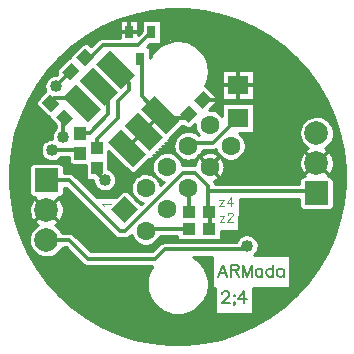
<source format=gbr>
G04 DipTrace 2.4.0.2*
%INTop.gbr*%
%MOIN*%
%ADD10C,0.0098*%
%ADD14C,0.013*%
%ADD16R,0.0709X0.063*%
%ADD17C,0.0633*%
%ADD19R,0.0256X0.0413*%
%ADD20R,0.0433X0.0394*%
%ADD21R,0.0394X0.0433*%
%ADD22C,0.0787*%
%ADD23C,0.04*%
%ADD43C,0.0046*%
%ADD44C,0.0062*%
%FSLAX44Y44*%
G04*
G70*
G90*
G75*
G01*
%LNTop*%
%LPD*%
X7167Y10123D2*
D14*
Y9980D1*
X7417Y9730D1*
X5667Y10730D2*
X6498D1*
X6604Y10623D1*
X6042Y11167D2*
Y11783D1*
X6077Y11819D1*
X10208Y10873D2*
Y10980D1*
X11042D1*
X11855Y11792D1*
X5792Y12855D2*
X6292Y13355D1*
X10899Y8104D2*
Y8149D1*
X10917Y8167D1*
Y8649D1*
X10899Y8667D1*
X10855D1*
Y9355D1*
X14543D1*
X14480Y9292D1*
X5479Y9729D2*
X6229D1*
X7917Y8042D1*
X8104D1*
X10042Y9980D1*
X10417D1*
X10855Y9542D1*
Y8711D1*
X10899Y8667D1*
X10230D2*
Y9437D1*
X10208Y9459D1*
X6765Y13828D2*
X6953D1*
X7354Y14230D1*
X8542D1*
X8980Y14668D1*
X6604Y11292D2*
X6917D1*
X7542Y11917D1*
Y12531D1*
X7220Y12852D1*
X5604Y12292D2*
Y12355D1*
X5729Y12480D1*
X6479D1*
X6664Y12296D1*
X10230Y8104D2*
X8854D1*
X8794Y8044D1*
X7167Y10792D2*
Y11105D1*
X7854Y11792D1*
Y12355D1*
X8229Y12730D1*
Y12957D1*
X7777Y13409D1*
X5479Y7730D2*
X6229D1*
X6854Y7104D1*
X9105D1*
X9417Y7417D1*
X12042D1*
X12167Y7542D1*
X8167Y10792D2*
X8724Y11349D1*
X9281Y11906D2*
X8724Y11349D1*
X10221Y11931D2*
Y11792D1*
X9167D1*
X9281Y11906D1*
X8606Y13762D2*
X8667D1*
Y12519D1*
X9281Y11906D1*
D23*
X6042Y11167D3*
X5667Y10730D3*
X7417Y9730D3*
X5792Y12855D3*
X12167Y7542D3*
X7542Y14668D3*
X8229Y9792D3*
X9855Y4604D3*
X12605Y12167D3*
X8167Y7542D3*
X12917Y8667D3*
X8808Y15326D2*
D10*
X10877D1*
X8370Y15229D2*
X11315D1*
X8071Y15132D2*
X11613D1*
X7793Y15035D2*
X7910D1*
X8553D2*
X8659D1*
X9300D2*
X11892D1*
X7576Y14937D2*
X7910D1*
X8553D2*
X8659D1*
X9300D2*
X12110D1*
X7358Y14840D2*
X7910D1*
X8553D2*
X8659D1*
X9300D2*
X12327D1*
X7179Y14743D2*
X7910D1*
X8553D2*
X8659D1*
X9300D2*
X12505D1*
X7012Y14646D2*
X7910D1*
X8553D2*
X8597D1*
X9300D2*
X12673D1*
X6842Y14549D2*
X7910D1*
X9300D2*
X12842D1*
X6702Y14452D2*
X7233D1*
X9300D2*
X12982D1*
X6569Y14355D2*
X7118D1*
X9300D2*
X9579D1*
X10132D2*
X13116D1*
X6435Y14258D2*
X6647D1*
X6910D2*
X7021D1*
X8929D2*
X9339D1*
X10370D2*
X13250D1*
X6307Y14161D2*
X6551D1*
X8832D2*
X9196D1*
X10513D2*
X13377D1*
X6200Y14063D2*
X6454D1*
X8926D2*
X9091D1*
X10620D2*
X13485D1*
X6092Y13966D2*
X6357D1*
X8926D2*
X9010D1*
X10699D2*
X13593D1*
X5984Y13869D2*
X6289D1*
X10763D2*
X13700D1*
X5881Y13772D2*
X6161D1*
X10812D2*
X13803D1*
X5794Y13675D2*
X6065D1*
X10849D2*
X13891D1*
X5706Y13578D2*
X5968D1*
X10875D2*
X13979D1*
X5618Y13481D2*
X5871D1*
X10892D2*
X14066D1*
X5531Y13384D2*
X5812D1*
X10899D2*
X11307D1*
X12402D2*
X14154D1*
X5457Y13287D2*
X5815D1*
X10896D2*
X11307D1*
X12402D2*
X14228D1*
X5386Y13189D2*
X5596D1*
X10886D2*
X11307D1*
X12402D2*
X14298D1*
X5315Y13092D2*
X5482D1*
X10866D2*
X11307D1*
X12402D2*
X14369D1*
X5245Y12995D2*
X5425D1*
X10835D2*
X11307D1*
X12402D2*
X14440D1*
X5174Y12898D2*
X5402D1*
X10793D2*
X11307D1*
X12402D2*
X14511D1*
X5117Y12801D2*
X5403D1*
X10872D2*
X11307D1*
X12402D2*
X14569D1*
X5060Y12704D2*
X5429D1*
X10969D2*
X11307D1*
X12402D2*
X14624D1*
X5005Y12607D2*
X5343D1*
X11065D2*
X11307D1*
X12402D2*
X14680D1*
X4948Y12510D2*
X5246D1*
X11155D2*
X11307D1*
X12402D2*
X14737D1*
X4892Y12412D2*
X5153D1*
X11179D2*
X11307D1*
X12402D2*
X14792D1*
X4845Y12315D2*
X5119D1*
X11149D2*
X14840D1*
X4802Y12218D2*
X5142D1*
X11055D2*
X11307D1*
X12402D2*
X14883D1*
X4759Y12121D2*
X5228D1*
X10958D2*
X11307D1*
X12402D2*
X14927D1*
X4716Y12024D2*
X5325D1*
X11153D2*
X11307D1*
X12402D2*
X14971D1*
X4671Y11927D2*
X5423D1*
X12402D2*
X15014D1*
X4631Y11830D2*
X5542D1*
X12402D2*
X14262D1*
X14698D2*
X15055D1*
X4599Y11733D2*
X5622D1*
X12402D2*
X14099D1*
X14863D2*
X15086D1*
X4568Y11636D2*
X5714D1*
X12402D2*
X14008D1*
X14953D2*
X15118D1*
X4536Y11538D2*
X5785D1*
X10375D2*
X10409D1*
X12402D2*
X13949D1*
X15012D2*
X15149D1*
X4503Y11441D2*
X5765D1*
X9920D2*
X10426D1*
X12402D2*
X13914D1*
X15047D2*
X15181D1*
X4473Y11344D2*
X5692D1*
X9823D2*
X10034D1*
X10383D2*
X10464D1*
X12402D2*
X13896D1*
X15064D2*
X15212D1*
X4445Y11247D2*
X5657D1*
X9726D2*
X9868D1*
X11962D2*
X13896D1*
X15066D2*
X15240D1*
X4425Y11150D2*
X5649D1*
X9629D2*
X9783D1*
X12048D2*
X13911D1*
X15049D2*
X15260D1*
X4405Y11053D2*
X5451D1*
X9526D2*
X9732D1*
X12097D2*
X13946D1*
X15015D2*
X15281D1*
X4383Y10956D2*
X5348D1*
X9434D2*
X9706D1*
X12125D2*
X14002D1*
X14958D2*
X15301D1*
X4363Y10859D2*
X5296D1*
X9337D2*
X9699D1*
X12131D2*
X14089D1*
X14870D2*
X15321D1*
X4342Y10762D2*
X5276D1*
X9240D2*
X9711D1*
X12119D2*
X14135D1*
X14824D2*
X15343D1*
X4328Y10664D2*
X5280D1*
X9143D2*
X9463D1*
X9538D2*
X9745D1*
X10672D2*
X10878D1*
X10951D2*
X11158D1*
X12087D2*
X14029D1*
X14930D2*
X15358D1*
X4317Y10567D2*
X5309D1*
X7556D2*
X7678D1*
X9045D2*
X9194D1*
X12027D2*
X13963D1*
X14996D2*
X15367D1*
X4306Y10470D2*
X5376D1*
X5958D2*
X6215D1*
X7556D2*
X7775D1*
X8949D2*
X9096D1*
X11928D2*
X13922D1*
X15038D2*
X15378D1*
X4297Y10373D2*
X5517D1*
X5817D2*
X6218D1*
X7556D2*
X7872D1*
X8851D2*
X9037D1*
X9964D2*
X10451D1*
X11379D2*
X13899D1*
X15061D2*
X15389D1*
X4286Y10276D2*
X4976D1*
X5983D2*
X6269D1*
X7556D2*
X7968D1*
X8754D2*
X9003D1*
X9998D2*
X10418D1*
X11412D2*
X13894D1*
X15067D2*
X15398D1*
X4276Y10179D2*
X4902D1*
X6057D2*
X6777D1*
X7556D2*
X8067D1*
X8657D2*
X8991D1*
X11424D2*
X13905D1*
X15055D2*
X15409D1*
X4272Y10082D2*
X4893D1*
X6066D2*
X6777D1*
X7578D2*
X8164D1*
X8560D2*
X8999D1*
X11418D2*
X13934D1*
X15027D2*
X15413D1*
X4272Y9985D2*
X4893D1*
X6066D2*
X6777D1*
X7713D2*
X8278D1*
X8446D2*
X9025D1*
X11390D2*
X13982D1*
X14978D2*
X15413D1*
X4272Y9888D2*
X4893D1*
X6432D2*
X6777D1*
X7776D2*
X8528D1*
X11339D2*
X14059D1*
X14901D2*
X15413D1*
X4272Y9790D2*
X4893D1*
X6529D2*
X6777D1*
X7805D2*
X8410D1*
X11255D2*
X13926D1*
X15033D2*
X15413D1*
X4272Y9693D2*
X4893D1*
X6626D2*
X7026D1*
X7808D2*
X8344D1*
X9245D2*
X9330D1*
X11087D2*
X13894D1*
X15067D2*
X15413D1*
X4272Y9596D2*
X4893D1*
X6722D2*
X7049D1*
X7785D2*
X8304D1*
X15067D2*
X15413D1*
X4277Y9499D2*
X4893D1*
X6821D2*
X7101D1*
X7733D2*
X8287D1*
X15067D2*
X15407D1*
X4288Y9402D2*
X4893D1*
X6066D2*
X6197D1*
X6918D2*
X7209D1*
X7625D2*
X8288D1*
X15067D2*
X15398D1*
X4297Y9305D2*
X4896D1*
X6063D2*
X6294D1*
X7015D2*
X7924D1*
X8250D2*
X8308D1*
X15067D2*
X15387D1*
X4308Y9208D2*
X4945D1*
X6014D2*
X6391D1*
X7112D2*
X7827D1*
X15067D2*
X15377D1*
X4317Y9111D2*
X5037D1*
X5921D2*
X6487D1*
X15067D2*
X15367D1*
X4328Y9014D2*
X4968D1*
X5990D2*
X6584D1*
X11927D2*
X13894D1*
X15067D2*
X15357D1*
X4343Y8916D2*
X4923D1*
X6035D2*
X6681D1*
X11927D2*
X13894D1*
X15067D2*
X15341D1*
X4365Y8819D2*
X4900D1*
X6058D2*
X6780D1*
X11927D2*
X13911D1*
X15049D2*
X15320D1*
X4385Y8722D2*
X4893D1*
X6066D2*
X6877D1*
X11927D2*
X14028D1*
X14933D2*
X15300D1*
X4406Y8625D2*
X4902D1*
X6057D2*
X6973D1*
X11927D2*
X15280D1*
X4426Y8528D2*
X4930D1*
X6029D2*
X7070D1*
X11927D2*
X15258D1*
X4446Y8431D2*
X4976D1*
X5983D2*
X7167D1*
X11919D2*
X15238D1*
X4474Y8334D2*
X5050D1*
X5909D2*
X7264D1*
X11919D2*
X15210D1*
X4506Y8237D2*
X5170D1*
X5789D2*
X7363D1*
X11919D2*
X15178D1*
X4537Y8140D2*
X5063D1*
X5895D2*
X7459D1*
X11919D2*
X15147D1*
X4569Y8042D2*
X4985D1*
X5974D2*
X7556D1*
X11919D2*
X15115D1*
X4600Y7945D2*
X4934D1*
X6361D2*
X7653D1*
X11308D2*
X15084D1*
X4632Y7848D2*
X4905D1*
X6470D2*
X7753D1*
X8270D2*
X8325D1*
X9263D2*
X9820D1*
X11308D2*
X11927D1*
X12407D2*
X15052D1*
X4674Y7751D2*
X4893D1*
X6569D2*
X8379D1*
X9208D2*
X9820D1*
X11308D2*
X11836D1*
X12497D2*
X15010D1*
X4719Y7654D2*
X4897D1*
X6666D2*
X8473D1*
X9115D2*
X9334D1*
X12543D2*
X14967D1*
X4762Y7557D2*
X4919D1*
X6762D2*
X8676D1*
X8912D2*
X9197D1*
X12560D2*
X14924D1*
X4805Y7460D2*
X4960D1*
X5998D2*
X6138D1*
X6859D2*
X9099D1*
X12551D2*
X14880D1*
X4848Y7363D2*
X5025D1*
X5934D2*
X6235D1*
X6956D2*
X9002D1*
X12516D2*
X14837D1*
X4895Y7266D2*
X5126D1*
X5832D2*
X6332D1*
X12442D2*
X14789D1*
X4952Y7168D2*
X5336D1*
X5621D2*
X6431D1*
X10375D2*
X10975D1*
X13608D2*
X14732D1*
X5008Y7071D2*
X6527D1*
X10518D2*
X10975D1*
X13608D2*
X14677D1*
X5065Y6974D2*
X6624D1*
X10621D2*
X10975D1*
X13608D2*
X14620D1*
X5120Y6877D2*
X6746D1*
X10701D2*
X10975D1*
X13608D2*
X14565D1*
X5180Y6780D2*
X8945D1*
X10764D2*
X10975D1*
X13608D2*
X14506D1*
X5249Y6683D2*
X8897D1*
X10813D2*
X10975D1*
X13608D2*
X14435D1*
X5320Y6586D2*
X8860D1*
X10849D2*
X10975D1*
X13608D2*
X14365D1*
X5391Y6489D2*
X8834D1*
X10875D2*
X10975D1*
X13608D2*
X14294D1*
X5461Y6391D2*
X8817D1*
X10892D2*
X10975D1*
X13608D2*
X14223D1*
X5538Y6294D2*
X8811D1*
X10899D2*
X10975D1*
X13608D2*
X14148D1*
X5624Y6197D2*
X8813D1*
X10896D2*
X10975D1*
X13608D2*
X14060D1*
X5712Y6100D2*
X8824D1*
X10886D2*
X11100D1*
X12387D2*
X13972D1*
X5800Y6003D2*
X8845D1*
X10864D2*
X11100D1*
X12387D2*
X13885D1*
X5887Y5906D2*
X8876D1*
X10833D2*
X11100D1*
X12387D2*
X13797D1*
X5992Y5809D2*
X8917D1*
X10792D2*
X11100D1*
X12387D2*
X13693D1*
X6100Y5712D2*
X8973D1*
X10736D2*
X11100D1*
X12387D2*
X13585D1*
X6207Y5615D2*
X9043D1*
X10667D2*
X11100D1*
X12387D2*
X13477D1*
X6315Y5517D2*
X9133D1*
X10576D2*
X11100D1*
X12387D2*
X13370D1*
X6444Y5420D2*
X9253D1*
X10456D2*
X11100D1*
X12387D2*
X13240D1*
X6578Y5323D2*
X9425D1*
X10286D2*
X11100D1*
X12387D2*
X13107D1*
X6712Y5226D2*
X12973D1*
X6855Y5129D2*
X12830D1*
X7024Y5032D2*
X12662D1*
X7192Y4935D2*
X12493D1*
X7373Y4838D2*
X12311D1*
X7591Y4741D2*
X12093D1*
X7810Y4643D2*
X11876D1*
X8093Y4546D2*
X11592D1*
X8391Y4449D2*
X11293D1*
X8842Y4352D2*
X10843D1*
X11327Y13393D2*
X12392D1*
Y12397D1*
X11317D1*
Y13393D1*
X11327D1*
X7782Y9154D2*
X7957Y9329D1*
X7996Y9358D1*
X8042Y9377D1*
X8090Y9382D1*
X8139Y9375D1*
X8190Y9350D1*
X8251Y9294D1*
X8628Y8916D1*
X8683Y8971D1*
X8600Y8998D1*
X8513Y9045D1*
X8438Y9108D1*
X8376Y9185D1*
X8330Y9272D1*
X8303Y9366D1*
X8294Y9464D1*
X8305Y9562D1*
X8334Y9655D1*
X8382Y9741D1*
X8445Y9816D1*
X8522Y9878D1*
X8609Y9923D1*
X8704Y9950D1*
X8802Y9958D1*
X8899Y9947D1*
X8993Y9917D1*
X9079Y9869D1*
X9153Y9805D1*
X9214Y9728D1*
X9259Y9641D1*
X9280Y9569D1*
X9390Y9678D1*
X9307Y9705D1*
X9220Y9752D1*
X9145Y9815D1*
X9083Y9892D1*
X9038Y9979D1*
X9010Y10073D1*
X9001Y10171D1*
X9012Y10269D1*
X9042Y10362D1*
X9089Y10448D1*
X9152Y10524D1*
X9229Y10585D1*
X9316Y10630D1*
X9411Y10657D1*
X9509Y10665D1*
X9606Y10654D1*
X9700Y10624D1*
X9786Y10576D1*
X9861Y10512D1*
X9921Y10435D1*
X9966Y10348D1*
X9993Y10253D1*
X9996Y10224D1*
X10091Y10228D1*
X10419D1*
X10433Y10297D1*
X10456Y10362D1*
X10487Y10424D1*
X10527Y10480D1*
X10574Y10530D1*
X10627Y10574D1*
X10686Y10610D1*
X10749Y10637D1*
X10815Y10655D1*
X10884Y10664D1*
X10952D1*
X11021Y10654D1*
X11087Y10635D1*
X11150Y10607D1*
X11208Y10570D1*
X11261Y10526D1*
X11307Y10475D1*
X11346Y10419D1*
X11377Y10357D1*
X11399Y10292D1*
X11411Y10224D1*
X11415Y10156D1*
X11408Y10087D1*
X11393Y10020D1*
X11368Y9956D1*
X11335Y9896D1*
X11294Y9840D1*
X11246Y9791D1*
X11191Y9749D1*
X11131Y9715D1*
X11067Y9690D1*
X11056Y9686D1*
X11101Y9603D1*
X13904D1*
X13903Y9686D1*
X13910Y9734D1*
X13929Y9780D1*
X13960Y9818D1*
X13999Y9847D1*
X14053Y9866D1*
X14087Y9870D1*
X14033Y9927D1*
X13988Y9992D1*
X13951Y10061D1*
X13925Y10136D1*
X13909Y10213D1*
X13903Y10291D1*
X13909Y10370D1*
X13924Y10447D1*
X13951Y10521D1*
X13987Y10591D1*
X14032Y10655D1*
X14086Y10713D1*
X14146Y10763D1*
X14193Y10792D1*
X14132Y10832D1*
X14059Y10898D1*
X13998Y10975D1*
X13951Y11061D1*
X13920Y11155D1*
X13905Y11252D1*
X13906Y11350D1*
X13924Y11447D1*
X13959Y11539D1*
X14008Y11624D1*
X14071Y11699D1*
X14146Y11763D1*
X14231Y11812D1*
X14323Y11847D1*
X14420Y11866D1*
X14518Y11868D1*
X14615Y11853D1*
X14708Y11822D1*
X14795Y11775D1*
X14873Y11715D1*
X14939Y11642D1*
X14991Y11559D1*
X15029Y11468D1*
X15051Y11372D1*
X15057Y11292D1*
X15049Y11194D1*
X15024Y11099D1*
X14983Y11009D1*
X14928Y10928D1*
X14859Y10857D1*
X14780Y10799D1*
X14768Y10793D1*
X14835Y10747D1*
X14894Y10694D1*
X14945Y10634D1*
X14987Y10568D1*
X15020Y10496D1*
X15042Y10421D1*
X15055Y10343D1*
X15057Y10272D1*
X15049Y10194D1*
X15030Y10118D1*
X15001Y10044D1*
X14962Y9976D1*
X14915Y9913D1*
X14872Y9869D1*
X14922Y9862D1*
X14968Y9843D1*
X15006Y9812D1*
X15035Y9773D1*
X15054Y9719D1*
X15057Y9637D1*
Y8898D1*
X15050Y8850D1*
X15031Y8805D1*
X15000Y8766D1*
X14961Y8737D1*
X14907Y8718D1*
X14825Y8715D1*
X14086D1*
X14038Y8722D1*
X13993Y8741D1*
X13954Y8772D1*
X13925Y8811D1*
X13906Y8865D1*
X13903Y8948D1*
Y9107D1*
X11917D1*
X11918Y8527D1*
X11907D1*
X11909Y8289D1*
Y8022D1*
X11298D1*
X11299Y7725D1*
X10499Y7726D1*
X10334Y7725D1*
X9830D1*
Y7855D1*
X9295Y7856D1*
X9256D1*
X9234Y7808D1*
X9179Y7727D1*
X9110Y7657D1*
X9028Y7603D1*
X8937Y7566D1*
X8840Y7547D1*
X8742D1*
X8646Y7567D1*
X8555Y7605D1*
X8474Y7661D1*
X8405Y7731D1*
X8351Y7813D1*
X8315Y7902D1*
X8280Y7867D1*
X8242Y7835D1*
X8198Y7812D1*
X8151Y7798D1*
X8104Y7794D1*
X7917D1*
X7868Y7799D1*
X7821Y7813D1*
X7778Y7837D1*
X7742Y7867D1*
X6127Y9481D1*
X6056D1*
Y9336D1*
X6049Y9287D1*
X6030Y9242D1*
X6000Y9204D1*
X5960Y9175D1*
X5906Y9156D1*
X5872Y9152D1*
X5926Y9095D1*
X5971Y9031D1*
X6007Y8961D1*
X6034Y8887D1*
X6050Y8810D1*
X6056Y8731D1*
X6052Y8661D1*
X6037Y8583D1*
X6012Y8509D1*
X5977Y8438D1*
X5933Y8373D1*
X5880Y8315D1*
X5820Y8264D1*
X5767Y8230D1*
X5834Y8184D1*
X5906Y8117D1*
X5966Y8039D1*
X5999Y7978D1*
X6229D1*
X6278Y7973D1*
X6325Y7958D1*
X6368Y7935D1*
X6405Y7905D1*
X6958Y7351D1*
X7740Y7352D1*
X9003D1*
X9242Y7592D1*
X9280Y7623D1*
X9323Y7646D1*
X9370Y7660D1*
X9417Y7665D1*
X11805D1*
X11823Y7710D1*
X11848Y7753D1*
X11877Y7792D1*
X11912Y7827D1*
X11951Y7858D1*
X11993Y7883D1*
X12038Y7902D1*
X12085Y7916D1*
X12134Y7923D1*
X12183Y7925D1*
X12232Y7919D1*
X12280Y7908D1*
X12326Y7891D1*
X12369Y7867D1*
X12409Y7839D1*
X12445Y7806D1*
X12477Y7768D1*
X12503Y7726D1*
X12524Y7682D1*
X12539Y7635D1*
X12548Y7586D1*
X12550Y7542D1*
X12547Y7493D1*
X12538Y7445D1*
X12522Y7398D1*
X12501Y7354D1*
X12474Y7312D1*
X12442Y7275D1*
X12382Y7225D1*
X13598D1*
Y6137D1*
X12379D1*
X12378Y5808D1*
Y5262D1*
X11109D1*
Y6137D1*
X10984D1*
Y7169D1*
X10365D1*
X10451Y7114D1*
X10529Y7054D1*
X10600Y6986D1*
X10665Y6912D1*
X10722Y6832D1*
X10772Y6747D1*
X10813Y6658D1*
X10846Y6565D1*
X10870Y6470D1*
X10884Y6372D1*
X10890Y6268D1*
X10885Y6170D1*
X10871Y6073D1*
X10848Y5977D1*
X10816Y5884D1*
X10775Y5795D1*
X10726Y5709D1*
X10669Y5629D1*
X10604Y5555D1*
X10533Y5487D1*
X10456Y5426D1*
X10373Y5373D1*
X10286Y5328D1*
X10194Y5291D1*
X10100Y5263D1*
X10003Y5244D1*
X9905Y5235D1*
X9807D1*
X9709Y5244D1*
X9612Y5262D1*
X9518Y5290D1*
X9427Y5326D1*
X9339Y5371D1*
X9256Y5424D1*
X9179Y5485D1*
X9107Y5553D1*
X9043Y5627D1*
X8985Y5707D1*
X8936Y5792D1*
X8895Y5882D1*
X8863Y5974D1*
X8839Y6070D1*
X8825Y6167D1*
X8820Y6266D1*
X8824Y6364D1*
X8838Y6461D1*
X8861Y6557D1*
X8893Y6650D1*
X8934Y6740D1*
X8982Y6825D1*
X9004Y6857D1*
X6854Y6856D1*
X6805Y6861D1*
X6758Y6876D1*
X6715Y6899D1*
X6679Y6929D1*
X6125Y7482D1*
X6000Y7481D1*
X5956Y7405D1*
X5894Y7329D1*
X5820Y7264D1*
X5736Y7213D1*
X5645Y7177D1*
X5548Y7157D1*
X5450Y7153D1*
X5353Y7167D1*
X5259Y7196D1*
X5172Y7242D1*
X5093Y7301D1*
X5026Y7373D1*
X4972Y7455D1*
X4933Y7545D1*
X4909Y7640D1*
X4902Y7738D1*
X4912Y7836D1*
X4939Y7931D1*
X4981Y8020D1*
X5037Y8100D1*
X5107Y8170D1*
X5187Y8227D1*
X5191Y8229D1*
X5131Y8270D1*
X5072Y8321D1*
X5020Y8380D1*
X4977Y8446D1*
X4943Y8517D1*
X4919Y8592D1*
X4906Y8670D1*
X4903Y8748D1*
X4911Y8826D1*
X4929Y8903D1*
X4958Y8976D1*
X4996Y9045D1*
X5044Y9108D1*
X5088Y9153D1*
X5037Y9159D1*
X4992Y9179D1*
X4953Y9209D1*
X4924Y9249D1*
X4906Y9302D1*
X4902Y9385D1*
Y10123D1*
X4909Y10172D1*
X4928Y10217D1*
X4959Y10255D1*
X4998Y10284D1*
X5052Y10303D1*
X5135Y10306D1*
X5873D1*
X5921Y10300D1*
X5967Y10280D1*
X6005Y10250D1*
X6034Y10210D1*
X6053Y10157D1*
X6056Y10074D1*
Y9977D1*
X6229Y9978D1*
X6278Y9973D1*
X6325Y9958D1*
X6368Y9935D1*
X6405Y9905D1*
X7156Y9153D1*
X7783D1*
X8902Y10433D2*
X8491Y10022D1*
X8452Y9993D1*
X8407Y9974D1*
X8358Y9969D1*
X8309Y9976D1*
X8258Y10001D1*
X8198Y10057D1*
X7546Y10709D1*
X7547Y10393D1*
Y10090D1*
X7619Y10055D1*
X7659Y10027D1*
X7695Y9993D1*
X7726Y9955D1*
X7753Y9914D1*
X7774Y9869D1*
X7788Y9823D1*
X7797Y9774D1*
X7800Y9730D1*
X7797Y9681D1*
X7787Y9632D1*
X7772Y9586D1*
X7750Y9541D1*
X7724Y9500D1*
X7692Y9463D1*
X7655Y9430D1*
X7615Y9402D1*
X7571Y9379D1*
X7525Y9362D1*
X7477Y9351D1*
X7428Y9347D1*
X7379Y9348D1*
X7330Y9356D1*
X7283Y9371D1*
X7238Y9391D1*
X7196Y9416D1*
X7158Y9447D1*
X7124Y9483D1*
X7095Y9522D1*
X7071Y9565D1*
X7053Y9611D1*
X7040Y9658D1*
X7035Y9724D1*
X6787Y9723D1*
Y10223D1*
X6407D1*
X6359Y10230D1*
X6314Y10249D1*
X6275Y10280D1*
X6246Y10319D1*
X6227Y10373D1*
X6224Y10456D1*
Y10482D1*
X5958D1*
X5905Y10430D1*
X5865Y10402D1*
X5821Y10379D1*
X5775Y10362D1*
X5727Y10351D1*
X5678Y10347D1*
X5629Y10349D1*
X5580Y10357D1*
X5533Y10371D1*
X5488Y10391D1*
X5446Y10416D1*
X5408Y10447D1*
X5374Y10483D1*
X5345Y10522D1*
X5321Y10565D1*
X5302Y10611D1*
X5290Y10659D1*
X5284Y10707D1*
X5285Y10757D1*
X5291Y10805D1*
X5304Y10853D1*
X5323Y10898D1*
X5347Y10941D1*
X5377Y10980D1*
X5411Y11015D1*
X5450Y11046D1*
X5492Y11071D1*
X5537Y11090D1*
X5585Y11104D1*
X5662Y11112D1*
X5660Y11194D1*
X5666Y11243D1*
X5679Y11290D1*
X5698Y11336D1*
X5722Y11378D1*
X5752Y11418D1*
X5795Y11459D1*
X5794Y11566D1*
X5656Y11704D1*
X5626Y11743D1*
X5606Y11797D1*
X5566Y11825D1*
X5515Y11849D1*
X5454Y11905D1*
X5182Y12177D1*
X5153Y12216D1*
X5134Y12261D1*
X5129Y12310D1*
X5136Y12359D1*
X5161Y12410D1*
X5217Y12471D1*
X5442Y12696D1*
X5415Y12784D1*
X5409Y12833D1*
X5410Y12882D1*
X5416Y12931D1*
X5429Y12978D1*
X5448Y13023D1*
X5472Y13066D1*
X5502Y13105D1*
X5536Y13140D1*
X5575Y13171D1*
X5617Y13196D1*
X5662Y13216D1*
X5710Y13229D1*
X5758Y13237D1*
X5821Y13236D1*
X5839Y13253D1*
X5820Y13304D1*
X5817Y13353D1*
X5826Y13401D1*
X5848Y13445D1*
X5905Y13505D1*
X6176Y13777D1*
X6215Y13806D1*
X6270Y13827D1*
X6297Y13867D1*
X6322Y13918D1*
X6378Y13979D1*
X6649Y14250D1*
X6689Y14280D1*
X6734Y14298D1*
X6783Y14304D1*
X6831Y14296D1*
X6882Y14272D1*
X6943Y14215D1*
X6966Y14192D1*
X7179Y14405D1*
X7217Y14437D1*
X7260Y14460D1*
X7307Y14474D1*
X7354Y14478D1*
X7922D1*
X7920Y14544D1*
Y15057D1*
X8543D1*
Y14581D1*
X8668Y14707D1*
X8669Y15057D1*
X9291D1*
Y14278D1*
X8941D1*
X8815Y14152D1*
X8917D1*
Y13790D1*
X8957Y13870D1*
X9010Y13953D1*
X9070Y14030D1*
X9138Y14102D1*
X9212Y14166D1*
X9292Y14224D1*
X9377Y14273D1*
X9467Y14314D1*
X9559Y14347D1*
X9655Y14370D1*
X9752Y14385D1*
X9851Y14390D1*
X9949Y14386D1*
X10046Y14372D1*
X10142Y14349D1*
X10235Y14317D1*
X10325Y14277D1*
X10410Y14228D1*
X10491Y14171D1*
X10565Y14107D1*
X10633Y14036D1*
X10695Y13959D1*
X10748Y13877D1*
X10794Y13790D1*
X10831Y13699D1*
X10859Y13604D1*
X10878Y13508D1*
X10888Y13410D1*
Y13306D1*
X10879Y13208D1*
X10860Y13111D1*
X10833Y13017D1*
X10796Y12926D1*
X10770Y12869D1*
X10805Y12851D1*
X10841Y12822D1*
X11129Y12533D1*
X11150Y12500D1*
X11164Y12463D1*
X11169Y12424D1*
X11166Y12385D1*
X11155Y12347D1*
X11136Y12313D1*
X11102Y12274D1*
X10906Y12079D1*
X10972Y12076D1*
X11068Y12056D1*
X11158Y12016D1*
X11239Y11960D1*
X11307Y11890D1*
X11317Y11877D1*
Y12290D1*
X12392D1*
Y11294D1*
X11889D1*
X11946Y11253D1*
X12014Y11182D1*
X12067Y11100D1*
X12103Y11008D1*
X12120Y10912D1*
X12119Y10824D1*
X12100Y10727D1*
X12062Y10637D1*
X12008Y10555D1*
X11938Y10486D1*
X11856Y10431D1*
X11765Y10394D1*
X11669Y10375D1*
X11570Y10376D1*
X11474Y10396D1*
X11384Y10434D1*
X11302Y10489D1*
X11233Y10559D1*
X11179Y10641D1*
X11143Y10732D1*
X11136Y10750D1*
X11089Y10736D1*
X11042Y10732D1*
X10687D1*
X10669Y10681D1*
X10623Y10594D1*
X10560Y10519D1*
X10484Y10457D1*
X10397Y10410D1*
X10303Y10382D1*
X10205Y10373D1*
X10108Y10383D1*
X10014Y10413D1*
X9927Y10459D1*
X9852Y10522D1*
X9790Y10599D1*
X9745Y10686D1*
X9717Y10780D1*
X9708Y10878D1*
X9719Y10976D1*
X9749Y11069D1*
X9796Y11156D1*
X9859Y11231D1*
X9936Y11292D1*
X10023Y11337D1*
X10118Y11364D1*
X10216Y11372D1*
X10313Y11361D1*
X10407Y11331D1*
X10493Y11283D1*
X10560Y11227D1*
X10526Y11266D1*
X10472Y11348D1*
X10436Y11439D1*
X10417Y11536D1*
X10416Y11590D1*
X10336Y11509D1*
X10297Y11479D1*
X10252Y11461D1*
X10203Y11455D1*
X10155Y11463D1*
X10103Y11487D1*
X10042Y11545D1*
X10013Y11544D1*
X9605Y11136D1*
X9558Y11102D1*
X9599Y11131D1*
X9559Y11103D1*
X5890Y5892D2*
X6327Y5499D1*
X6800Y5155D1*
X7306Y4863D1*
X7841Y4625D1*
X8397Y4444D1*
X8969Y4323D1*
X9551Y4262D1*
X10136D1*
X10718Y4323D1*
X11290Y4445D1*
X11846Y4626D1*
X12380Y4864D1*
X12887Y5156D1*
X13360Y5500D1*
X13795Y5892D1*
X14186Y6327D1*
X14530Y6800D1*
X14822Y7306D1*
X15060Y7841D1*
X15241Y8397D1*
X15362Y8969D1*
X15423Y9551D1*
Y10136D1*
X15362Y10718D1*
X15240Y11290D1*
X15059Y11846D1*
X14821Y12380D1*
X14529Y12887D1*
X14185Y13360D1*
X13793Y13795D1*
X13358Y14186D1*
X12885Y14530D1*
X12379Y14822D1*
X11844Y15060D1*
X11288Y15241D1*
X10716Y15362D1*
X10134Y15423D1*
X9549D1*
X8967Y15362D1*
X8395Y15240D1*
X7839Y15059D1*
X7305Y14821D1*
X6798Y14529D1*
X6325Y14185D1*
X5890Y13793D1*
X5499Y13358D1*
X5155Y12885D1*
X4863Y12379D1*
X4625Y11844D1*
X4444Y11288D1*
X4323Y10716D1*
X4262Y10134D1*
Y9549D1*
X4323Y8967D1*
X4445Y8395D1*
X4626Y7839D1*
X4864Y7305D1*
X5156Y6798D1*
X5500Y6325D1*
X5892Y5890D1*
X11855Y13393D2*
D14*
Y12397D1*
X11318Y12895D2*
X12392D1*
X10562Y10519D2*
X11268Y9813D1*
Y10519D2*
X10915Y10166D1*
X8232Y15057D2*
Y14668D1*
X7921D2*
X8542D1*
X10694Y12404D2*
X11169D1*
X14072Y10700D2*
X14888Y9884D1*
Y10700D2*
X14072Y9884D1*
X5071Y9137D2*
X5887Y8322D1*
Y9137D2*
X5071Y8322D1*
D16*
X11855Y11792D3*
Y12895D3*
G36*
X7639Y8752D2*
X8087Y9199D1*
X8534Y8752D1*
X8087Y8304D1*
X7639Y8752D1*
G37*
D17*
X8794Y8044D3*
Y9459D3*
X9501Y8752D3*
Y10166D3*
X10208Y9459D3*
Y10873D3*
X10915Y10166D3*
Y11580D3*
X11622Y10873D3*
G36*
X7972Y11433D2*
X8807Y10597D1*
X8362Y10152D1*
X7527Y10987D1*
X7972Y11433D1*
G37*
G36*
X8529Y11989D2*
X9364Y11154D1*
X8919Y10709D1*
X8083Y11544D1*
X8529Y11989D1*
G37*
G36*
X9086Y12546D2*
X9921Y11711D1*
X9475Y11265D1*
X8640Y12101D1*
X9086Y12546D1*
G37*
G36*
X6469Y12936D2*
X7304Y12101D1*
X6859Y11655D1*
X6023Y12490D1*
X6469Y12936D1*
G37*
G36*
X7026Y13493D2*
X7861Y12657D1*
X7415Y12212D1*
X6580Y13047D1*
X7026Y13493D1*
G37*
G36*
X7582Y14049D2*
X8418Y13214D1*
X7972Y12769D1*
X7137Y13604D1*
X7582Y14049D1*
G37*
D19*
X8980Y14668D3*
X8232D3*
X8606Y13762D3*
D20*
X10230Y8667D3*
X10899D3*
G36*
X6278Y13063D2*
X5999Y13341D1*
X6306Y13647D1*
X6584Y13369D1*
X6278Y13063D1*
G37*
G36*
X6751Y13536D2*
X6473Y13814D1*
X6779Y14121D1*
X7057Y13842D1*
X6751Y13536D1*
G37*
G36*
X10680Y12112D2*
X10402Y12390D1*
X10708Y12696D1*
X10986Y12418D1*
X10680Y12112D1*
G37*
G36*
X10207Y11638D2*
X9929Y11917D1*
X10235Y12223D1*
X10513Y11945D1*
X10207Y11638D1*
G37*
D20*
X10230Y8104D3*
X10899D3*
D21*
X7167Y10792D3*
Y10123D3*
G36*
X6801Y11076D2*
X6407D1*
Y11509D1*
X6801D1*
Y11076D1*
G37*
G36*
Y10406D2*
X6407D1*
Y10840D1*
X6801D1*
Y10406D1*
G37*
G36*
X5312Y12306D2*
X5590Y12585D1*
X5896Y12278D1*
X5618Y12000D1*
X5312Y12306D1*
G37*
G36*
X5785Y11833D2*
X6064Y12111D1*
X6370Y11805D1*
X6091Y11527D1*
X5785Y11833D1*
G37*
G36*
X14874Y9686D2*
Y8898D1*
X14086D1*
Y9686D1*
X14874D1*
G37*
D22*
X14480Y10292D3*
Y11292D3*
G36*
X5085Y9336D2*
Y10123D1*
X5873D1*
Y9336D1*
X5085D1*
G37*
D22*
X5479Y8729D3*
Y7730D3*
X7389Y8875D2*
D43*
X7374Y8904D1*
X7331Y8947D1*
X7633D1*
X11505Y6504D2*
D44*
X11351Y6906D1*
X11198Y6504D1*
X11256Y6638D2*
X11447D1*
X11628Y6715D2*
X11800D1*
X11858Y6734D1*
X11877Y6753D1*
X11896Y6791D1*
Y6830D1*
X11877Y6868D1*
X11858Y6887D1*
X11800Y6906D1*
X11628D1*
Y6504D1*
X11762Y6715D2*
X11896Y6504D1*
X12326D2*
Y6906D1*
X12173Y6504D1*
X12020Y6906D1*
Y6504D1*
X12678Y6772D2*
Y6504D1*
Y6715D2*
X12640Y6753D1*
X12602Y6772D1*
X12545D1*
X12506Y6753D1*
X12468Y6715D1*
X12449Y6657D1*
Y6619D1*
X12468Y6562D1*
X12506Y6524D1*
X12545Y6504D1*
X12602D1*
X12640Y6524D1*
X12678Y6562D1*
X13031Y6906D2*
Y6504D1*
Y6715D2*
X12993Y6753D1*
X12955Y6772D1*
X12898D1*
X12859Y6753D1*
X12821Y6715D1*
X12802Y6657D1*
Y6619D1*
X12821Y6562D1*
X12859Y6524D1*
X12898Y6504D1*
X12955D1*
X12993Y6524D1*
X13031Y6562D1*
X13384Y6772D2*
Y6504D1*
Y6715D2*
X13346Y6753D1*
X13308Y6772D1*
X13251D1*
X13212Y6753D1*
X13174Y6715D1*
X13155Y6657D1*
Y6619D1*
X13174Y6562D1*
X13212Y6524D1*
X13251Y6504D1*
X13308D1*
X13346Y6524D1*
X13384Y6562D1*
X11251Y8544D2*
D43*
X11409D1*
X11251Y8343D1*
X11409D1*
X11516Y8572D2*
Y8587D1*
X11530Y8616D1*
X11545Y8630D1*
X11573Y8644D1*
X11631D1*
X11659Y8630D1*
X11674Y8616D1*
X11688Y8587D1*
Y8558D1*
X11674Y8529D1*
X11645Y8487D1*
X11501Y8343D1*
X11702D1*
X11343Y5935D2*
D44*
Y5954D1*
X11362Y5993D1*
X11381Y6012D1*
X11419Y6031D1*
X11496D1*
X11534Y6012D1*
X11553Y5993D1*
X11572Y5954D1*
Y5916D1*
X11553Y5878D1*
X11515Y5821D1*
X11323Y5629D1*
X11591D1*
X11734Y5897D2*
X11715Y5878D1*
X11734Y5859D1*
X11753Y5878D1*
X11734Y5897D1*
X11753Y5648D2*
X11734Y5629D1*
X11715Y5648D1*
X11734Y5668D1*
X11753Y5648D1*
Y5610D1*
X11734Y5572D1*
X11715Y5553D1*
X12068Y5629D2*
Y6031D1*
X11877Y5763D1*
X12164D1*
X11246Y9049D2*
D43*
X11404D1*
X11246Y8848D1*
X11404D1*
X11640D2*
Y9149D1*
X11496Y8949D1*
X11712D1*
M02*

</source>
